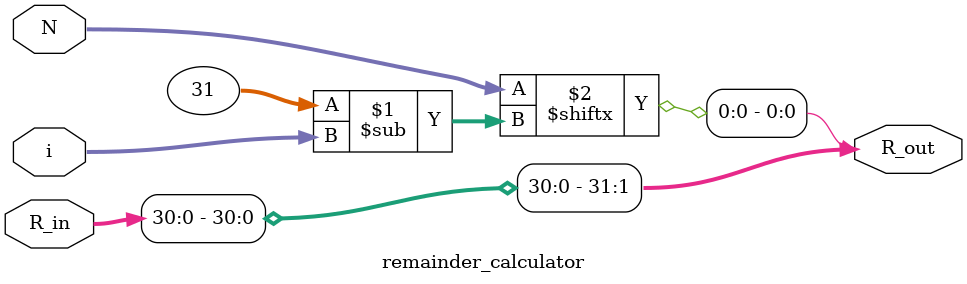
<source format=v>
`timescale 1ns / 1ps


module remainder_calculator( 
    R_in,
    N,
    i,
    R_out
    );
    
    input [31:0] R_in, N;
    input [4:0] i;
    output [31:0] R_out;

    
    assign R_out[31:1] = R_in[30:0];
    assign R_out[0] = N[31-i];
    
endmodule

</source>
